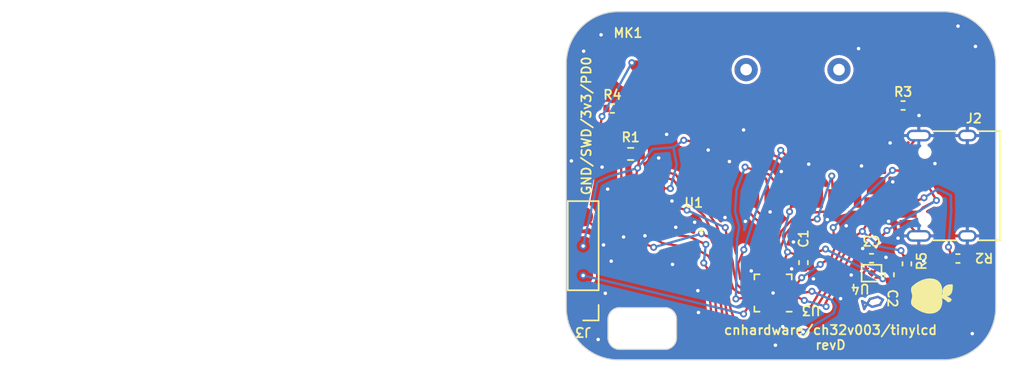
<source format=kicad_pcb>
(kicad_pcb (version 20221018) (generator pcbnew)
  (layers (0 "F.Cu" signal) (31 "B.Cu" signal) (34 "B.Paste" user) (35 "F.Paste" user) (36 "B.SilkS" user "B.Silkscreen") (37 "F.SilkS" user "F.Silkscreen") (38 "B.Mask" user) (39 "F.Mask" user) (44 "Edge.Cuts" user))
  (net 0 "")
  (net 1 "GND")
  (net 2 "+5V")
  (net 3 "LCD18")
  (net 4 "D+")
  (net 5 "D-")
  (net 6 "SBU1")
  (net 7 "Net-(J2-CC1)")
  (net 8 "SBU2")
  (net 9 "SWIO")
  (net 10 "TFT_LEDA")
  (net 11 "TFT_CS")
  (net 12 "TFT_RESET")
  (net 13 "TFT_RS")
  (net 14 "TFT_SCL")
  (net 15 "TFT_SDA")
  (net 16 "TFT_FMARK")
  (net 17 "SS")
  (net 18 "MISO")
  (net 19 "FIOA")
  (net 20 "MOSI")
  (net 21 "SCK")
  (net 22 "FIOB")
  (net 23 "PD0")
  (net 24 "Net-(J2-CC2)")
  (footprint "Resistor_SMD:R_0402_1005Metric" (layer "F.Cu") (at 133.35 83.6676 -90)
    (fp_text reference "C2")
    (fp_text value "4.7u")
  )
  (footprint "Resistor_SMD:R_0402_1005Metric" (layer "F.Cu") (at 134.5184 69.088)
    (fp_text reference "R3")
    (fp_text value "5.1k")
  )
  (footprint "Resistor_SMD:R_0402_1005Metric" (layer "F.Cu") (at 125.9332 82.6262 90)
    (fp_text reference "C1")
    (fp_text value "1u")
  )
  (footprint "Resistor_SMD:R_0402_1005Metric" (layer "F.Cu") (at 131.8006 82.2452 180)
    (fp_text reference "C3")
    (fp_text value "4.7u")
  )
  (footprint "cnhardware:FLEX15-0.3-HC-FPC-03-10-15RLTAG" (layer "F.Cu") (at 112.05 77.76)
    (fp_text reference "U1")
    (fp_text value "RB017A1505A_Connector")
  )
  (footprint "Resistor_SMD:R_0402_1005Metric" (layer "F.Cu") (at 139.2408 82.2706)
    (fp_text reference "R2")
    (fp_text value "5.1k")
  )
  (footprint "Package_DFN_QFN:QFN-20-1EP_3x3mm_P0.4mm_EP1.65x1.65mm" (layer "F.Cu") (at 123.317 85.2402 180)
    (fp_text reference "U3")
    (fp_text value "CH32V003F4U6")
  )
  (footprint "cnhardware:MicroSD-C393941-SHOU-HAN-TF-PUSH" (layer "F.Cu") (at 128.9956 65.9968 180)
    (fp_text reference "J4" hide)
    (fp_text value "Micro_SD_Card_Det1")
  )
  (footprint "Connector_PinHeader_2.54mm:PinHeader_1x04_P2.54mm_Vertical" (layer "F.Cu") (at 106.9594 86.2738 180)
    (fp_text reference "J3")
    (fp_text value "PGM")
  )
  (footprint "artwork:apple" (layer "F.Cu") (at 137 85.5 -90)
    (fp_text reference "J1" hide)
    (fp_text value "APPLE" hide)
  )
  (footprint "cnhardware:xdfn-reg" (layer "F.Cu") (at 131.8086 83.535 90)
    (fp_text reference "U4")
    (fp_text value "3.3vReg")
  )
  (footprint "Resistor_SMD:R_0603_1608Metric" (layer "F.Cu") (at 111.05 73.26)
    (fp_text reference "R1")
    (fp_text value "4.99")
  )
  (footprint "Resistor_SMD:R_0402_1005Metric" (layer "F.Cu") (at 109.474 69.342)
    (fp_text reference "R4")
    (fp_text value "2.2k")
  )
  (footprint "Resistor_SMD:R_0402_1005Metric" (layer "F.Cu") (at 134.8486 82.7278 90)
    (fp_text reference "R5")
    (fp_text value "1.5k")
  )
  (footprint "cnhardware:GOERTEK_MIC_B4013AM423" (layer "F.Cu") (at 111.487776 65.669176)
    (fp_text reference "MK1")
    (fp_text value "Microphone")
  )
  (footprint "Connector_USB:USB_C_Receptacle_HRO_TYPE-C-31-M-12" (layer "F.Cu") (at 139 76 90)
    (fp_text reference "J2")
    (fp_text value "USB_C_Receptacle_USB2.0")
  )
  (gr_line (start 142.5 65.5) (end 142.5 86.5) (stroke (width 0.1)) (layer "Edge.Cuts"))
  (gr_line (start 110 61) (end 138 61) (stroke (width 0.1)) (layer "Edge.Cuts"))
  (gr_arc (start 109.1 87.5) (mid 109.392893 86.792893) (end 110.1 86.5) (stroke (width 0.1)) (layer "Edge.Cuts"))
  (gr_arc (start 138 61) (mid 141.181981 62.318019) (end 142.5 65.5) (stroke (width 0.1)) (layer "Edge.Cuts"))
  (gr_arc (start 110.1 90.1) (mid 109.392893 89.807107) (end 109.1 89.1) (stroke (width 0.1)) (layer "Edge.Cuts"))
  (gr_line (start 110.1 86.5) (end 114 86.5) (stroke (width 0.1)) (layer "Edge.Cuts"))
  (gr_line (start 109.1 87.5) (end 109.1 89.1) (stroke (width 0.1)) (layer "Edge.Cuts"))
  (gr_arc (start 105.5 65.5) (mid 106.818019 62.318019) (end 110 61) (stroke (width 0.1)) (layer "Edge.Cuts"))
  (gr_arc (start 110 91) (mid 106.818019 89.681981) (end 105.5 86.5) (stroke (width 0.1)) (layer "Edge.Cuts"))
  (gr_line (start 115 87.5) (end 114.999999 89.1) (stroke (width 0.1)) (layer "Edge.Cuts"))
  (gr_line (start 110.1 90.1) (end 114 90.1) (stroke (width 0.1)) (layer "Edge.Cuts"))
  (gr_line (start 138 91) (end 110 91) (stroke (width 0.1)) (layer "Edge.Cuts"))
  (gr_arc (start 142.5 86.5) (mid 141.181981 89.681981) (end 138 91) (stroke (width 0.1)) (layer "Edge.Cuts"))
  (gr_line (start 105.5 65.5) (end 105.5 86.5) (stroke (width 0.1)) (layer "Edge.Cuts"))
  (gr_arc (start 114 86.5) (mid 114.707107 86.792893) (end 115 87.5) (stroke (width 0.1)) (layer "Edge.Cuts"))
  (gr_arc (start 114.999999 89.1) (mid 114.707106 89.807107) (end 114 90.1) (stroke (width 0.1)) (layer "Edge.Cuts"))
  (gr_text "cnhardware/ch32v003/tinylcd\nrevD" (at 128.27 89.0778) (layer "F.SilkS") (effects (font (size 0.8 0.8))))
  (gr_text "*" (at 117.121856 80.131856) (layer "F.SilkS") (effects (font (size 0.8 0.8)) (justify mirror)))
  (gr_text "GND/SWD/3v3/PD0" (at 107.2388 70.8406 90) (layer "F.SilkS") (effects (font (size 0.8 0.8))))
  (segment (start 132.784411 85.820175) (end 132.534413 86.253188) (width 0.2) (layer "F.Cu") (net 0))
  (segment (start 132.3514 85.570175) (end 132.784411 85.820175) (width 0.2) (layer "F.Cu") (net 0))
  (segment (start 130.985375 85.936201) (end 131.168387 86.619213) (width 0.2) (layer "F.Cu") (net 0))
  (segment (start 132.534413 86.253188) (end 131.8514 86.4362) (width 0.2) (layer "F.Cu") (net 0))
  (segment (start 131.668386 85.753187) (end 132.3514 85.570175) (width 0.2) (layer "F.Cu") (net 0))
  (segment (start 131.168387 86.619213) (end 131.668386 85.753187) (width 0.2) (layer "F.Cu") (net 0))
  (segment (start 131.8514 86.4362) (end 130.985375 85.936201) (width 0.2) (layer "F.Cu") (net 0))
  (segment (start 130.985375 85.936201) (end 131.168387 86.619213) (width 0.2) (layer "B.Cu") (net 0))
  (segment (start 131.8514 86.4362) (end 132.534413 86.253188) (width 0.2) (layer "B.Cu") (net 0))
  (segment (start 132.534413 86.253188) (end 132.784411 85.820175) (width 0.2) (layer "B.Cu") (net 0))
  (segment (start 131.168387 86.619213) (end 131.668386 85.753187) (width 0.2) (layer "B.Cu") (net 0))
  (segment (start 132.784411 85.820175) (end 132.3514 85.570175) (width 0.2) (layer "B.Cu") (net 0))
  (segment (start 130.985375 85.936201) (end 131.8514 86.4362) (width 0.2) (layer "B.Cu") (net 0))
  (segment (start 131.668386 85.753187) (end 132.3514 85.570175) (width 0.2) (layer "B.Cu") (net 0))
  (segment (start 109.25 78.8) (end 109.26 79.84) (width 0.2) (layer "F.Cu") (net 1))
  (segment (start 123.317 85.2402) (end 124.1298 84.836) (width 0.2) (layer "F.Cu") (net 1))
  (segment (start 134.07 79.19) (end 134.955 79.25) (width 0.2) (layer "F.Cu") (net 1))
  (segment (start 110.85 76.22) (end 110.88 74.42) (width 0.2) (layer "F.Cu") (net 1))
  (segment (start 110.57 78.4) (end 110.77 77.84) (width 0.2) (layer "F.Cu") (net 1))
  (segment (start 126.7968 84.0232) (end 127 83.2612) (width 0.2) (layer "F.Cu") (net 1))
  (segment (start 110.77 77.84) (end 111.21 77.07) (width 0.2) (layer "F.Cu") (net 1))
  (segment (start 110.95 72.31) (end 110.31 72.2) (width 0.2) (layer "F.Cu") (net 1))
  (segment (start 133.2738 79.0702) (end 133.62 79.04) (width 0.2) (layer "F.Cu") (net 1))
  (segment (start 110.31 72.2) (end 109.71 72.3) (width 0.2) (layer "F.Cu") (net 1))
  (segment (start 110.107776 65.669176) (end 108.1532 65.7098) (width 0.2) (layer "F.Cu") (net 1))
  (segment (start 109.286288 76.316288) (end 109.07 76.29) (width 0.2) (layer "F.Cu") (net 1))
  (segment (start 111.21 77.07) (end 110.85 76.96) (width 0.2) (layer "F.Cu") (net 1))
  (segment (start 132.334 76.7588) (end 132.2846 75.5938) (width 0.2) (layer "F.Cu") (net 1))
  (segment (start 110.88 74.42) (end 111.04 73.91) (width 0.2) (layer "F.Cu") (net 1))
  (segment (start 111.04 73.91) (end 111.08 72.6) (width 0.2) (layer "F.Cu") (net 1))
  (segment (start 133.62 79.04) (end 134.07 79.19) (width 0.2) (layer "F.Cu") (net 1))
  (segment (start 110.55 79.3) (end 110.57 78.4) (width 0.2) (layer "F.Cu") (net 1))
  (segment (start 133.9596 71.374) (end 135.0284 69.088) (width 0.2) (layer "F.Cu") (net 1))
  (segment (start 110.658163 80.188163) (end 110.4392 80.4164) (width 0.2) (layer "F.Cu") (net 1))
  (segment (start 134.955 72.75) (end 135.87 71.68) (width 0.2) (layer "F.Cu") (net 1))
  (segment (start 125.7046 84.836) (end 126.619 84.3026) (width 0.2) (layer "F.Cu") (net 1))
  (segment (start 130.7592 78.4352) (end 131.3434 77.978) (width 0.2) (layer "F.Cu") (net 1))
  (segment (start 132.1956 75.9968) (end 132.334 76.7588) (width 0.2) (layer "F.Cu") (net 1))
  (segment (start 108.1532 65.7098) (end 107 64.41) (width 0.2) (layer "F.Cu") (net 1))
  (segment (start 110.4392 80.4164) (end 110.59 79.98) (width 0.2) (layer "F.Cu") (net 1))
  (segment (start 124.767 84.8402) (end 125.7046 84.836) (width 0.2) (layer "F.Cu") (net 1))
  (segment (start 134.955 72.75) (end 134.1882 72.6186) (width 0.2) (layer "F.Cu") (net 1))
  (segment (start 112.65 76.22) (end 112.67 76.78) (width 0.2) (layer "F.Cu") (net 1))
  (segment (start 112.609333 76.849333) (end 112.53 76.94) (width 0.2) (layer "F.Cu") (net 1))
  (segment (start 135.87 80.32) (end 140.05 80.32) (width 0.2) (layer "F.Cu") (net 1))
  (segment (start 126.619 84.3026) (end 126.7968 84.0232) (width 0.2) (layer "F.Cu") (net 1))
  (segment (start 109.4 79.97) (end 109.75 80.17) (width 0.2) (layer "F.Cu") (net 1))
  (segment (start 109.286288 76.316288) (end 109.25 78.8) (width 0.2) (layer "F.Cu") (net 1))
  (segment (start 134.1882 72.6186) (end 133.9596 71.374) (width 0.2) (layer "F.Cu") (net 1))
  (segment (start 126.3904 74.1426) (end 127.2794 75.2602) (width 0.2) (layer "F.Cu") (net 1))
  (segment (start 131.3434 77.978) (end 132.334 76.7588) (width 0.2) (layer "F.Cu") (net 1))
  (segment (start 132.3086 83.185) (end 133.35 83.1576) (width 0.2) (layer "F.Cu") (net 1))
  (segment (start 134.955 79.25) (end 135.87 80.32) (width 0.2) (layer "F.Cu") (net 1))
  (segment (start 109.34 72.64) (end 109.286288 76.316288) (width 0.2) (layer "F.Cu") (net 1))
  (segment (start 109.75 80.17) (end 110.658163 80.188163) (width 0.2) (layer "F.Cu") (net 1))
  (segment (start 112.67 76.78) (end 112.609333 76.849333) (width 0.2) (layer "F.Cu") (net 1))
  (segment (start 114.15 79.3) (end 114.85 78.8) (width 0.2) (layer "F.Cu") (net 1))
  (segment (start 112.53 76.94) (end 111.9 77.1) (width 0.2) (layer "F.Cu") (net 1))
  (segment (start 127.2794 75.2602) (end 127.3846 76.6938) (width 0.2) (layer "F.Cu") (net 1))
  (segment (start 110.59 79.98) (end 110.55 79.3) (width 0.2) (layer "F.Cu") (net 1))
  (segment (start 127 83.2612) (end 125.9332 83.1362) (width 0.2) (layer "F.Cu") (net 1))
  (segment (start 127.9906 78.9178) (end 130.7592 78.4352) (width 0.2) (layer "F.Cu") (net 1))
  (segment (start 110.658163 80.188163) (end 110.7 80.37) (width 0.2) (layer "F.Cu") (net 1))
  (segment (start 114.85 78.8) (end 114.935 79.5782) (width 0.2) (layer "F.Cu") (net 1))
  (segment (start 131.8086 83.535) (end 132.3086 83.185) (width 0.2) (layer "F.Cu") (net 1))
  (segment (start 124.767 84.8402) (end 124.1298 84.836) (width 0.2) (layer "F.Cu") (net 1))
  (segment (start 109.26 79.84) (end 109.4 79.97) (width 0.2) (layer "F.Cu") (net 1))
  (segment (start 111.08 72.6) (end 110.95 72.31) (width 0.2) (layer "F.Cu") (net 1))
  (segment (start 132.3086 83.185) (end 132.3106 82.2452) (width 0.2) (layer "F.Cu") (net 1))
  (segment (start 110.85 76.96) (end 110.85 76.22) (width 0.2) (layer "F.Cu") (net 1))
  (segment (start 109.71 72.3) (end 109.34 72.64) (width 0.2) (layer "F.Cu") (net 1))
  (segment (start 111.9 77.1) (end 111.21 77.07) (width 0.2) (layer "F.Cu") (net 1))
  (via (at 125.0696 80.8482) (size 0.6) (drill 0.3) (layers "F.Cu" "B.Cu") (net 1))
  (via (at 114.1476 71.5772) (size 0.6) (drill 0.3) (layers "F.Cu" "B.Cu") (net 1))
  (via (at 108.712 81.1022) (size 0.6) (drill 0.3) (layers "F.Cu" "B.Cu") (net 1))
  (via (at 133.0452 82.169) (size 0.6) (drill 0.3) (layers "F.Cu" "B.Cu") (net 1))
  (via (at 116.8908 86.9188) (size 0.6) (drill 0.3) (layers "F.Cu" "B.Cu") (net 1))
  (via (at 123.5202 89.7382) (size 0.6) (drill 0.3) (layers "F.Cu" "B.Cu") (net 1))
  (via (at 119.1768 78.74) (size 0.6) (drill 0.3) (layers "F.Cu" "B.Cu") (net 1))
  (via (at 133.4008 72.3138) (size 0.6) (drill 0.3) (layers "F.Cu" "B.Cu") (net 1))
  (via (at 124.0282 74.7776) (size 0.6) (drill 0.3) (layers "F.Cu" "B.Cu") (net 1))
  (via (at 108.8644 85.2678) (size 0.6) (drill 0.3) (layers "F.Cu" "B.Cu") (net 1))
  (via (at 126.3904 74.1426) (size 0.6) (drill 0.3) (layers "F.Cu" "B.Cu") (net 1))
  (via (at 129.1336 85.725) (size 0.6) (drill 0.3) (layers "F.Cu" "B.Cu") (net 1))
  (via (at 119.5578 73.914) (size 0.6) (drill 0.3) (layers "F.Cu" "B.Cu") (net 1))
  (via (at 123.317 85.2402) (size 0.6) (drill 0.3) (layers "F.Cu" "B.Cu") (net 1))
  (via (at 136.2964 82.4738) (size 0.6) (drill 0.3) (layers "F.Cu" "B.Cu") (net 1))
  (via (at 116.84 85.0392) (size 0.6) (drill 0.3) (layers "F.Cu" "B.Cu") (net 1))
  (via (at 130.048 83.693) (size 0.6) (drill 0.3) (layers "F.Cu" "B.Cu") (net 1))
  (via (at 105.9434 73.8632) (size 0.6) (drill 0.3) (layers "F.Cu" "B.Cu") (net 1))
  (via (at 109.3724 82.4992) (size 0.6) (drill 0.3) (layers "F.Cu" "B.Cu") (net 1))
  (via (at 134.0866 80.518) (size 0.6) (drill 0.3) (layers "F.Cu" "B.Cu") (net 1))
  (via (at 140.75 64) (size 0.6) (drill 0.3) (layers "F.Cu" "B.Cu") (net 1))
  (via (at 126.7968 84.0232) (size 0.6) (drill 0.3) (layers "F.Cu" "B.Cu") (net 1))
  (via (at 113.4618 73.6092) (size 0.6) (drill 0.3) (layers "F.Cu" "B.Cu") (net 1))
  (via (at 140.48 88.74) (size 0.6) (drill 0.3) (layers "F.Cu" "B.Cu") (net 1))
  (via (at 139.25 62.25) (size 0.6) (drill 0.3) (layers "F.Cu" "B.Cu") (net 1))
  (via (at 131.0386 81.407) (size 0.6) (drill 0.3) (layers "F.Cu" "B.Cu") (net 1))
  (via (at 116.5606 79.1464) (size 0.6) (drill 0.3) (layers "F.Cu" "B.Cu") (net 1))
  (via (at 124.1552 88.138) (size 0.6) (drill 0.3) (layers "F.Cu" "B.Cu") (net 1))
  (via (at 110.4392 80.4164) (size 0.6) (drill 0.3) (layers "F.Cu" "B.Cu") (net 1))
  (via (at 124.9172 83.1596) (size 0.6) (drill 0.3) (layers "F.Cu" "B.Cu") (net 1))
  (via (at 133.6294 75.6666) (size 0.6) (drill 0.3) (layers "F.Cu" "B.Cu") (net 1))
  (via (at 114.935 79.5782) (size 0.6) (drill 0.3) (layers "F.Cu" "B.Cu") (net 1))
  (via (at 117.729 72.9234) (size 0.6) (drill 0.3) (layers "F.Cu" "B.Cu") (net 1))
  (via (at 121.4374 83.3374) (size 0.6) (drill 0.3) (layers "F.Cu" "B.Cu") (net 1))
  (via (at 109.07 76.29) (size 0.6) (drill 0.3) (layers "F.Cu" "B.Cu") (net 1))
  (via (at 123.063 78.2574) (size 0.6) (drill 0.3) (layers "F.Cu" "B.Cu") (net 1))
  (via (at 135.89 69.9516) (size 0.6) (drill 0.3) (layers "F.Cu" "B.Cu") (net 1))
  (via (at 130.937 74.295) (size 0.6) (drill 0.3) (layers "F.Cu" "B.Cu") (net 1))
  (via (at 114.6556 82.7786) (size 0.6) (drill 0.3) (layers "F.Cu" "B.Cu") (net 1))
  (via (at 108.585 74.3966) (size 0.6) (drill 0.3) (layers "F.Cu" "B.Cu") (net 1))
  (via (at 108.5 63) (size 0.6) (drill 0.3) (layers "F.Cu" "B.Cu") (net 1))
  (via (at 120.777 71.1962) (size 0.6) (drill 0.3) (layers "F.Cu" "B.Cu") (net 1))
  (via (at 107 64.41) (size 0.6) (drill 0.3) (layers "F.Cu" "B.Cu") (net 1))
  (via (at 108.25 89.25) (size 0.6) (drill 0.3) (layers "F.Cu" "B.Cu") (net 1))
  (via (at 130.683 64.1858) (size 0.6) (drill 0.3) (layers "F.Cu" "B.Cu") (net 1))
  (via (at 127.9906 78.9178) (size 0.6) (drill 0.3) (layers "F.Cu" "B.Cu") (net 1))
  (via (at 129.6162 79.4512) (size 0.6) (drill 0.3) (layers "F.Cu" "B.Cu") (net 1))
  (via (at 114.6048 77.3176) (size 0.6) (drill 0.3) (layers "F.Cu" "B.Cu") (net 1))
  (via (at 133.2738 79.0702) (size 0.6) (drill 0.3) (layers "F.Cu" "B.Cu") (net 1))
  (via (at 120.9294 79.0702) (size 0.6) (drill 0.3) (layers "F.Cu" "B.Cu") (net 1))
  (via (at 137.2616 74.0918) (size 0.6) (drill 0.3) (layers "F.Cu" "B.Cu") (net 1))
  (via (at 112.28 80.31) (size 0.6) (drill 0.3) (layers "F.Cu" "B.Cu") (net 1))
  (segment (start 112.28 80.31) (end 110.7 80.37) (width 0.2) (layer "B.Cu") (net 1))
  (segment (start 120.269 86.487) (end 123.317 85.2402) (width 0.2) (layer "B.Cu") (net 1))
  (segment (start 114.6048 77.3176) (end 117.729 72.9234) (width 0.2) (layer "B.Cu") (net 1))
  (segment (start 114.935 79.5782) (end 114.6048 77.3176) (width 0.2) (layer "B.Cu") (net 1))
  (segment (start 123.6726 80.1624) (end 123.698 80.9498) (width 0.2) (layer "B.Cu") (net 1))
  (segment (start 119.7102 86.3092) (end 120.269 86.487) (width 0.2) (layer "B.Cu") (net 1))
  (segment (start 123.698 80.9498) (end 123.317 85.2402) (width 0.2) (layer "B.Cu") (net 1))
  (segment (start 110.7 80.37) (end 109.07 76.29) (width 0.2) (layer "B.Cu") (net 1))
  (segment (start 114.935 79.5782) (end 112.28 80.31) (width 0.2) (layer "B.Cu") (net 1))
  (segment (start 123.063 78.2574) (end 126.3904 74.1426) (width 0.2) (layer "B.Cu") (net 1))
  (segment (start 123.6726 80.1624) (end 123.063 78.2574) (width 0.2) (layer "B.Cu") (net 1))
  (segment (start 116.84 85.0392) (end 119.7102 86.3092) (width 0.2) (layer "B.Cu") (net 1))
  (segment (start 137.3886 77.2668) (end 136.44 75.59) (width 0.2) (layer "F.Cu") (net 2))
  (segment (start 136.23 77.88) (end 135.95 78.18) (width 0.2) (layer "F.Cu") (net 2))
  (segment (start 131.2906 82.2452) (end 131.3086 83.185) (width 0.2) (layer "F.Cu") (net 2))
  (segment (start 135.88 73.68) (end 134.955 73.55) (width 0.2) (layer "F.Cu") (net 2))
  (segment (start 137.3886 77.2668) (end 136.23 77.88) (width 0.2) (layer "F.Cu") (net 2))
  (segment (start 136.44 75.59) (end 136.21 74.21) (width 0.2) (layer "F.Cu") (net 2))
  (segment (start 136.21 74.21) (end 135.88 73.68) (width 0.2) (layer "F.Cu") (net 2))
  (segment (start 131.3086 83.185) (end 131.0894 83.5406) (width 0.2) (layer "F.Cu") (net 2))
  (segment (start 131.9784 81.153) (end 131.2906 82.2452) (width 0.2) (layer "F.Cu") (net 2))
  (segment (start 131.0894 83.5406) (end 131.3086 83.885) (width 0.2) (layer "F.Cu") (net 2))
  (segment (start 135.95 78.18) (end 134.955 78.45) (width 0.2) (layer "F.Cu") (net 2))
  (segment (start 133.1214 79.8576) (end 131.9784 81.153) (width 0.2) (layer "F.Cu") (net 2))
  (via (at 133.1214 79.8576) (size 0.6) (drill 0.3) (layers "F.Cu" "B.Cu") (net 2))
  (via (at 137.3886 77.2668) (size 0.6) (drill 0.3) (layers "F.Cu" "B.Cu") (net 2))
  (segment (start 133.1214 79.8576) (end 137.3886 77.2668) (width 0.2) (layer "B.Cu") (net 2))
  (segment (start 134.1628 84.2518) (end 133.35 84.1776) (width 0.2) (layer "F.Cu") (net 3))
  (segment (start 125.9332 82.1162) (end 124.5616 81.7118) (width 0.2) (layer "F.Cu") (net 3))
  (segment (start 132.7658 84.013459) (end 132.3086 83.885) (width 0.2) (layer "F.Cu") (net 3))
  (segment (start 111.875 73.26) (end 109.984 69.342) (width 0.2) (layer "F.Cu") (net 3))
  (segment (start 134.8486 83.2378) (end 134.7216 83.8454) (width 0.2) (layer "F.Cu") (net 3))
  (segment (start 134.7216 83.8454) (end 134.1628 84.2518) (width 0.2) (layer "F.Cu") (net 3))
  (segment (start 111.648576 74.4728) (end 111.44 75.59) (width 0.2) (layer "F.Cu") (net 3))
  (segment (start 124.1044 83.1596) (end 124.3838 82.2198) (width 0.2) (layer "F.Cu") (net 3))
  (segment (start 125.9332 82.1162) (end 127.8382 81.4578) (width 0.2) (layer "F.Cu") (net 3))
  (segment (start 124.7394 78.232) (end 125.1846 76.6938) (width 0.2) (layer "F.Cu") (net 3))
  (segment (start 124.8918 74.7268) (end 123.9774 73.66) (width 0.2) (layer "F.Cu") (net 3))
  (segment (start 111.44 75.59) (end 111.45 76.22) (width 0.2) (layer "F.Cu") (net 3))
  (segment (start 124.3838 82.2198) (end 124.5616 81.7118) (width 0.2) (layer "F.Cu") (net 3))
  (segment (start 123.9774 73.66) (end 122.4026 72.8726) (width 0.2) (layer "F.Cu") (net 3))
  (segment (start 125.1846 76.6938) (end 124.8918 74.7268) (width 0.2) (layer "F.Cu") (net 3))
  (segment (start 124.117 83.7902) (end 124.1044 83.1596) (width 0.2) (layer "F.Cu") (net 3))
  (segment (start 111.875 73.26) (end 111.648576 74.4728) (width 0.2) (layer "F.Cu") (net 3))
  (segment (start 133.35 84.1776) (end 132.7658 84.013459) (width 0.2) (layer "F.Cu") (net 3))
  (segment (start 113.85 76.22) (end 114.47 76.24) (width 0.2) (layer "F.Cu") (net 3))
  (segment (start 122.4026 72.8726) (end 115.6208 72.0852) (width 0.2) (layer "F.Cu") (net 3))
  (via (at 127.8382 81.4578) (size 0.6) (drill 0.3) (layers "F.Cu" "B.Cu") (net 3))
  (via (at 124.5616 81.7118) (size 0.6) (drill 0.3) (layers "F.Cu" "B.Cu") (net 3))
  (via (at 114.47 76.24) (size 0.6) (drill 0.3) (layers "F.Cu" "B.Cu") (net 3))
  (via (at 115.6208 72.0852) (size 0.6) (drill 0.3) (layers "F.Cu" "B.Cu") (net 3))
  (via (at 132.7658 84.013459) (size 0.6) (drill 0.3) (layers "F.Cu" "B.Cu") (net 3))
  (via (at 111.648576 74.4728) (size 0.6) (drill 0.3) (layers "F.Cu" "B.Cu") (net 3))
  (via (at 106.9594 81.1938) (size 0.6) (drill 0.3) (layers "F.Cu" "B.Cu") (net 3))
  (via (at 124.7394 78.232) (size 0.6) (drill 0.3) (layers "F.Cu" "B.Cu") (net 3))
  (segment (start 115.6208 72.0852) (end 114.7318 72.6948) (width 0.2) (layer "B.Cu") (net 3))
  (segment (start 109.2708 75.184) (end 111.648576 74.4728) (width 0.2) (layer "B.Cu") (net 3))
  (segment (start 114.7318 72.6948) (end 115.0112 74.2188) (width 0.2) (layer "B.Cu") (net 3))
  (segment (start 124.7394 78.232) (end 124.1552 80.3148) (width 0.2) (layer "B.Cu") (net 3))
  (segment (start 127.8382 81.4578) (end 132.7658 84.013459) (width 0.2) (layer "B.Cu") (net 3))
  (segment (start 124.1552 80.3148) (end 124.5616 81.7118) (width 0.2) (layer "B.Cu") (net 3))
  (segment (start 115.0112 74.2188) (end 114.47 76.24) (width 0.2) (layer "B.Cu") (net 3))
  (segment (start 114.7318 72.6948) (end 112.9284 72.8472) (width 0.2) (layer "B.Cu") (net 3))
  (segment (start 112.9284 72.8472) (end 111.648576 74.4728) (width 0.2) (layer "B.Cu") (net 3))
  (segment (start 108.1786 75.692) (end 109.2708 75.184) (width 0.2) (layer "B.Cu") (net 3))
  (segment (start 106.9594 81.1938) (end 108.1786 75.692) (width 0.2) (layer "B.Cu") (net 3))
  (segment (start 135.93 76.13) (end 135.98 75.94) (width 0.2) (layer "F.Cu") (net 4))
  (segment (start 124.767 86.0402) (end 125.1712 86.0298) (width 0.2) (layer "F.Cu") (net 4))
  (segment (start 127.4064 85.0138) (end 128.2954 83.1342) (width 0.2) (layer "F.Cu") (net 4))
  (segment (start 131.4704 78.4606) (end 133.2756 76.8858) (width 0.2) (layer "F.Cu") (net 4))
  (segment (start 128.2954 83.1342) (end 128.9812 81.8896) (width 0.2) (layer "F.Cu") (net 4))
  (segment (start 125.5522 86.36) (end 126.0348 86.5886) (width 0.2) (layer "F.Cu") (net 4))
  (segment (start 135.78 76.25) (end 135.93 76.13) (width 0.2) (layer "F.Cu") (net 4))
  (segment (start 128.9812 81.8896) (end 129.8194 80.2132) (width 0.2) (layer "F.Cu") (net 4))
  (segment (start 126.589657 86.378974) (end 127.4064 85.0138) (width 0.2) (layer "F.Cu") (net 4))
  (segment (start 126.0348 86.5886) (end 126.589657 86.378974) (width 0.2) (layer "F.Cu") (net 4))
  (segment (start 135.78 75.24) (end 134.955 75.25) (width 0.2) (layer "F.Cu") (net 4))
  (segment (start 125.1712 86.0298) (end 125.5522 86.36) (width 0.2) (layer "F.Cu") (net 4))
  (segment (start 133.2756 76.8858) (end 134.0612 76.2508) (width 0.2) (layer "F.Cu") (net 4))
  (segment (start 134.955 76.25) (end 135.78 76.25) (width 0.2) (layer "F.Cu") (net 4))
  (segment (start 129.8194 80.2132) (end 131.4704 78.4606) (width 0.2) (layer "F.Cu") (net 4))
  (segment (start 134.0612 76.2508) (end 134.955 76.25) (width 0.2) (layer "F.Cu") (net 4))
  (segment (start 135.97 75.41) (end 135.78 75.24) (width 0.2) (layer "F.Cu") (net 4))
  (segment (start 135.98 75.94) (end 135.98 75.58) (width 0.2) (layer "F.Cu") (net 4))
  (segment (start 135.98 75.58) (end 135.97 75.41) (width 0.2) (layer "F.Cu") (net 4))
  (segment (start 127.8128 85.2424) (end 126.9746 86.5886) (width 0.2) (layer "F.Cu") (net 5))
  (segment (start 134.0866 76.7588) (end 134.955 76.75) (width 0.2) (layer "F.Cu") (net 5))
  (segment (start 124.5616 87.5284) (end 124.2822 87.376) (width 0.2) (layer "F.Cu") (net 5))
  (segment (start 124.2822 87.376) (end 124.1298 87.122) (width 0.2) (layer "F.Cu") (net 5))
  (segment (start 130.0988 80.518) (end 127.8128 85.2424) (width 0.2) (layer "F.Cu") (net 5))
  (segment (start 131.6736 78.8162) (end 134.0866 76.7588) (width 0.2) (layer "F.Cu") (net 5))
  (segment (start 125.857 87.2744) (end 124.5616 87.5284) (width 0.2) (layer "F.Cu") (net 5))
  (segment (start 126.9746 86.5886) (end 125.857 87.2744) (width 0.2) (layer "F.Cu") (net 5))
  (segment (start 131.0132 79.9338) (end 130.0988 80.518) (width 0.2) (layer "F.Cu") (net 5))
  (segment (start 124.1298 87.122) (end 124.117 86.6902) (width 0.2) (layer "F.Cu") (net 5))
  (segment (start 131.0132 79.9338) (end 131.6736 78.8162) (width 0.2) (layer "F.Cu") (net 5))
  (segment (start 134.5946 82.1436) (end 134.3406 81.58579) (width 0.2) (layer "F.Cu") (net 5))
  (via (at 131.0132 79.9338) (size 0.6) (drill 0.3) (layers "F.Cu" "B.Cu") (net 5))
  (via (at 134.3406 81.58579) (size 0.6) (drill 0.3) (layers "F.Cu" "B.Cu") (net 5))
  (segment (start 132.5118 81.2292) (end 131.0132 79.9338) (width 0.2) (layer "B.Cu") (net 5))
  (segment (start 134.3406 81.58579) (end 132.5118 81.2292) (width 0.2) (layer "B.Cu") (net 5))
  (segment (start 125.7808 83.9216) (end 125.3744 84.455) (width 0.2) (layer "F.Cu") (net 6))
  (segment (start 125.3744 84.455) (end 124.767 84.4402) (width 0.2) (layer "F.Cu") (net 6))
  (segment (start 128.6256 81.3308) (end 128.4986 79.6036) (width 0.2) (layer "F.Cu") (net 6))
  (segment (start 133.7818 74.676) (end 133.604 74.676) (width 0.2) (layer "F.Cu") (net 6))
  (segment (start 127.381 82.7786) (end 128.367652 82.114252) (width 0.2) (layer "F.Cu") (net 6))
  (segment (start 128.367652 82.114252) (end 128.6256 81.3308) (width 0.2) (layer "F.Cu") (net 6))
  (segment (start 134.955 74.75) (end 133.7818 74.676) (width 0.2) (layer "F.Cu") (net 6))
  (via (at 125.7808 83.9216) (size 0.6) (drill 0.3) (layers "F.Cu" "B.Cu") (net 6))
  (via (at 127.381 82.7786) (size 0.6) (drill 0.3) (layers "F.Cu" "B.Cu") (net 6))
  (via (at 133.604 74.676) (size 0.6) (drill 0.3) (layers "F.Cu" "B.Cu") (net 6))
  (via (at 128.4986 79.6036) (size 0.6) (drill 0.3) (layers "F.Cu" "B.Cu") (net 6))
  (segment (start 133.604 74.676) (end 128.4986 79.6036) (width 0.2) (layer "B.Cu") (net 6))
  (segment (start 125.7808 83.9216) (end 127.381 82.7786) (width 0.2) (layer "B.Cu") (net 6))
  (segment (start 135.8392 77.2414) (end 136.3218 77.0382) (width 0.2) (layer "F.Cu") (net 7))
  (segment (start 134.955 77.25) (end 135.8392 77.2414) (width 0.2) (layer "F.Cu") (net 7))
  (segment (start 138.43 81.28) (end 138.7308 82.2706) (width 0.2) (layer "F.Cu") (net 7))
  (via (at 138.43 81.28) (size 0.6) (drill 0.3) (layers "F.Cu" "B.Cu") (net 7))
  (via (at 136.3218 77.0382) (size 0.6) (drill 0.3) (layers "F.Cu" "B.Cu") (net 7))
  (segment (start 137.4902 76.2762) (end 138.6332 76.835) (width 0.2) (layer "B.Cu") (net 7))
  (segment (start 138.6332 76.835) (end 138.6586 78.2066) (width 0.2) (layer "B.Cu") (net 7))
  (segment (start 136.3218 77.0382) (end 137.4902 76.2762) (width 0.2) (layer "B.Cu") (net 7))
  (segment (start 138.6586 78.2066) (end 138.43 81.28) (width 0.2) (layer "B.Cu") (net 7))
  (segment (start 128.1938 85.4456) (end 129.907369 82.149929) (width 0.2) (layer "F.Cu") (net 8))
  (segment (start 129.907369 82.149929) (end 130.5306 81.0006) (width 0.2) (layer "F.Cu") (net 8))
  (segment (start 130.5306 81.0006) (end 131.572 80.3656) (width 0.2) (layer "F.Cu") (net 8))
  (segment (start 132.5372 78.9178) (end 132.969 78.5622) (width 0.2) (layer "F.Cu") (net 8))
  (segment (start 134.17 77.76) (end 134.955 77.75) (width 0.2) (layer "F.Cu") (net 8))
  (segment (start 131.572 80.3656) (end 132.5372 78.9178) (width 0.2) (layer "F.Cu") (net 8))
  (segment (start 127.8382 86.106) (end 128.1938 85.4456) (width 0.2) (layer "F.Cu") (net 8))
  (segment (start 132.969 78.5622) (end 133.79 77.87) (width 0.2) (layer "F.Cu") (net 8))
  (segment (start 133.79 77.87) (end 134.17 77.76) (width 0.2) (layer "F.Cu") (net 8))
  (segment (start 124.767 85.6402) (end 125.5268 85.6488) (width 0.2) (layer "F.Cu") (net 8))
  (segment (start 125.5268 85.6488) (end 126.0094 85.8774) (width 0.2) (layer "F.Cu") (net 8))
  (segment (start 127.8382 86.106) (end 127.889 86.4108) (width 0.2) (layer "F.Cu") (net 8))
  (via (at 127.889 86.4108) (size 0.6) (drill 0.3) (layers "F.Cu" "B.Cu") (net 8))
  (via (at 126.0094 85.8774) (size 0.6) (drill 0.3) (layers "F.Cu" "B.Cu") (net 8))
  (segment (start 127.889 86.4108) (end 126.0094 85.8774) (width 0.2) (layer "B.Cu") (net 8))
  (segment (start 120.777 87.0458) (end 121.412 86.0552) (width 0.2) (layer "F.Cu") (net 9))
  (segment (start 121.412 86.0552) (end 121.867 86.0402) (width 0.2) (layer "F.Cu") (net 9))
  (via (at 106.9594 83.7338) (size 0.6) (drill 0.3) (layers "F.Cu" "B.Cu") (net 9))
  (via (at 120.777 87.0458) (size 0.6) (drill 0.3) (layers "F.Cu" "B.Cu") (net 9))
  (segment (start 120.777 87.0458) (end 106.9594 83.7338) (width 0.2) (layer "B.Cu") (net 9))
  (segment (start 110.25 76.22) (end 110.225 73.26) (width 0.2) (layer "F.Cu") (net 10))
  (segment (start 110.25 76.22) (end 109.95 79.3) (width 0.2) (layer "F.Cu") (net 10))
  (segment (start 113.7158 80.137) (end 113.5888 79.9592) (width 0.2) (layer "F.Cu") (net 11))
  (segment (start 122.0978 88.7984) (end 122.7836 88.519) (width 0.2) (layer "F.Cu") (net 11))
  (segment (start 116.0526 80.3656) (end 115.189 80.2894) (width 0.2) (layer "F.Cu") (net 11))
  (segment (start 118.231171 84.913095) (end 118.4656 87.2744) (width 0.2) (layer "F.Cu") (net 11))
  (segment (start 118.7196 88.0364) (end 119.7356 88.7984) (width 0.2) (layer "F.Cu") (net 11))
  (segment (start 113.5888 79.9592) (end 113.55 79.3) (width 0.2) (layer "F.Cu") (net 11))
  (segment (start 123.7234 87.122) (end 123.717 86.6902) (width 0.2) (layer "F.Cu") (net 11))
  (segment (start 119.7356 88.7984) (end 122.0978 88.7984) (width 0.2) (layer "F.Cu") (net 11))
  (segment (start 115.189 80.2894) (end 113.7158 80.137) (width 0.2) (layer "F.Cu") (net 11))
  (segment (start 123.571 87.7824) (end 123.7234 87.122) (width 0.2) (layer "F.Cu") (net 11))
  (segment (start 117.5258 81.0514) (end 116.0526 80.3656) (width 0.2) (layer "F.Cu") (net 11))
  (segment (start 117.9576 83.6168) (end 117.348 82.6516) (width 0.2) (layer "F.Cu") (net 11))
  (segment (start 117.9576 83.6168) (end 118.231171 84.913095) (width 0.2) (layer "F.Cu") (net 11))
  (segment (start 118.4656 87.2744) (end 118.7196 88.0364) (width 0.2) (layer "F.Cu") (net 11))
  (segment (start 122.7836 88.519) (end 123.571 87.7824) (width 0.2) (layer "F.Cu") (net 11))
  (via (at 117.348 82.6516) (size 0.6) (drill 0.3) (layers "F.Cu" "B.Cu") (net 11))
  (via (at 117.5258 81.0514) (size 0.6) (drill 0.3) (layers "F.Cu" "B.Cu") (net 11))
  (segment (start 117.348 82.6516) (end 117.5258 81.0514) (width 0.2) (layer "B.Cu") (net 11))
  (segment (start 113.2586 75.6412) (end 113.4364 75.3872) (width 0.2) (layer "F.Cu") (net 12))
  (segment (start 119.639937 86.536896) (end 119.930338 87.406933) (width 0.2) (layer "F.Cu") (net 12))
  (segment (start 120.624985 87.635327) (end 121.4374 87.63) (width 0.2) (layer "F.Cu") (net 12))
  (segment (start 117.3734 78.5876) (end 116.205 77.5462) (width 0.2) (layer "F.Cu") (net 12))
  (segment (start 119.133087 83.209321) (end 119.639937 86.536896) (width 0.2) (layer "F.Cu") (net 12))
  (segment (start 119.930338 87.406933) (end 120.624985 87.635327) (width 0.2) (layer "F.Cu") (net 12))
  (segment (start 113.25 76.22) (end 113.2586 75.6412) (width 0.2) (layer "F.Cu") (net 12))
  (segment (start 121.4374 87.63) (end 122.0216 87.4522) (width 0.2) (layer "F.Cu") (net 12))
  (segment (start 113.4364 75.3872) (end 114.1222 75.3364) (width 0.2) (layer "F.Cu") (net 12))
  (segment (start 116.205 77.5462) (end 115.4176 76.9112) (width 0.2) (layer "F.Cu") (net 12))
  (segment (start 114.1222 75.3364) (end 114.7572 75.504488) (width 0.2) (layer "F.Cu") (net 12))
  (segment (start 117.3734 78.5876) (end 118.702774 81.201936) (width 0.2) (layer "F.Cu") (net 12))
  (segment (start 119.0752 82.7786) (end 119.133087 83.209321) (width 0.2) (layer "F.Cu") (net 12))
  (segment (start 115.4176 76.9112) (end 115.0874 76.0222) (width 0.2) (layer "F.Cu") (net 12))
  (segment (start 122.0216 87.4522) (end 122.498015 87.118194) (width 0.2) (layer "F.Cu") (net 12))
  (segment (start 122.498015 87.118194) (end 122.517 86.6902) (width 0.2) (layer "F.Cu") (net 12))
  (segment (start 115.0874 76.0222) (end 114.7572 75.504488) (width 0.2) (layer "F.Cu") (net 12))
  (segment (start 118.702774 81.201936) (end 119.0752 82.7786) (width 0.2) (layer "F.Cu") (net 12))
  (segment (start 119.406832 88.076824) (end 118.957789 87.141655) (width 0.2) (layer "F.Cu") (net 13))
  (segment (start 123.317 86.6902) (end 123.312911 87.197178) (width 0.2) (layer "F.Cu") (net 13))
  (segment (start 120.0658 88.392) (end 119.406832 88.076824) (width 0.2) (layer "F.Cu") (net 13))
  (segment (start 118.957789 87.141655) (end 118.3386 83.1088) (width 0.2) (layer "F.Cu") (net 13))
  (segment (start 116.459 81.3054) (end 115.0366 81.153) (width 0.2) (layer "F.Cu") (net 13))
  (segment (start 121.8692 88.4184) (end 120.0658 88.392) (width 0.2) (layer "F.Cu") (net 13))
  (segment (start 118.3386 83.1088) (end 117.729 82.042) (width 0.2) (layer "F.Cu") (net 13))
  (segment (start 122.3772 88.265) (end 121.8692 88.4184) (width 0.2) (layer "F.Cu") (net 13))
  (segment (start 122.3772 88.265) (end 123.1392 87.6554) (width 0.2) (layer "F.Cu") (net 13))
  (segment (start 112.903 80.0862) (end 112.95 79.3) (width 0.2) (layer "F.Cu") (net 13))
  (segment (start 115.0366 81.153) (end 113.792 80.9498) (width 0.2) (layer "F.Cu") (net 13))
  (segment (start 123.1392 87.6554) (end 123.312911 87.197178) (width 0.2) (layer "F.Cu") (net 13))
  (segment (start 117.729 82.042) (end 116.459 81.3054) (width 0.2) (layer "F.Cu") (net 13))
  (segment (start 113.2332 80.6196) (end 112.903 80.0862) (width 0.2) (layer "F.Cu") (net 13))
  (segment (start 113.792 80.9498) (end 113.2332 80.6196) (width 0.2) (layer "F.Cu") (net 13))
  (segment (start 115.1128 77.9018) (end 113.374516 77.916116) (width 0.2) (layer "F.Cu") (net 14))
  (segment (start 120.2182 84.5312) (end 120.5738 84.836) (width 0.2) (layer "F.Cu") (net 14))
  (segment (start 119.2022 79.6036) (end 119.4054 80.8482) (width 0.2) (layer "F.Cu") (net 14))
  (segment (start 120.5738 84.836) (end 121.867 84.8402) (width 0.2) (layer "F.Cu") (net 14))
  (segment (start 115.9002 78.105) (end 115.1128 77.9018) (width 0.2) (layer "F.Cu") (net 14))
  (segment (start 113.374516 77.916116) (end 112.776 78.232) (width 0.2) (layer "F.Cu") (net 14))
  (segment (start 119.84408 82.593335) (end 119.976331 83.61523) (width 0.2) (layer "F.Cu") (net 14))
  (segment (start 112.35 79.3) (end 112.3696 78.613) (width 0.2) (layer "F.Cu") (net 14))
  (segment (start 119.976331 83.61523) (end 120.2182 84.5312) (width 0.2) (layer "F.Cu") (net 14))
  (segment (start 119.4054 80.8482) (end 119.84408 82.593335) (width 0.2) (layer "F.Cu") (net 14))
  (segment (start 112.776 78.232) (end 112.3696 78.613) (width 0.2) (layer "F.Cu") (net 14))
  (via (at 115.9002 78.105) (size 0.6) (drill 0.3) (layers "F.Cu" "B.Cu") (net 14))
  (via (at 119.2022 79.6036) (size 0.6) (drill 0.3) (layers "F.Cu" "B.Cu") (net 14))
  (segment (start 119.2022 79.6036) (end 115.9002 78.105) (width 0.2) (layer "B.Cu") (net 14))
  (segment (start 115.756929 76.69668) (end 116.7638 77.4954) (width 0.2) (layer "F.Cu") (net 15))
  (segment (start 112.05 76.22) (end 112.0648 75.6412) (width 0.2) (layer "F.Cu") (net 15))
  (segment (start 119.888 84.8868) (end 119.671519 84.220685) (width 0.2) (layer "F.Cu") (net 15))
  (segment (start 112.6998 74.803) (end 113.7412 74.676) (width 0.2) (layer "F.Cu") (net 15))
  (segment (start 120.3706 85.217) (end 119.888 84.8868) (width 0.2) (layer "F.Cu") (net 15))
  (segment (start 116.7638 77.4954) (end 117.7798 78.4352) (width 0.2) (layer "F.Cu") (net 15))
  (segment (start 119.4816 82.7532) (end 119.04889 81.014215) (width 0.2) (layer "F.Cu") (net 15))
  (segment (start 114.9604 75.057) (end 115.464547 75.906857) (width 0.2) (layer "F.Cu") (net 15))
  (segment (start 117.7798 78.4352) (end 118.4148 79.3242) (width 0.2) (layer "F.Cu") (net 15))
  (segment (start 119.671519 84.220685) (end 119.4816 82.7532) (width 0.2) (layer "F.Cu") (net 15))
  (segment (start 115.464547 75.906857) (end 115.756929 76.69668) (width 0.2) (layer "F.Cu") (net 15))
  (segment (start 118.4148 79.3242) (end 119.04889 81.014215) (width 0.2) (layer "F.Cu") (net 15))
  (segment (start 112.0648 75.6412) (end 112.6998 74.803) (width 0.2) (layer "F.Cu") (net 15))
  (segment (start 121.867 85.2402) (end 120.3706 85.217) (width 0.2) (layer "F.Cu") (net 15))
  (segment (start 113.7412 74.676) (end 114.9604 75.057) (width 0.2) (layer "F.Cu") (net 15))
  (segment (start 118.364 81.4324) (end 117.89863 80.45887) (width 0.2) (layer "F.Cu") (net 16))
  (segment (start 111.125 80.1624) (end 111.3536 80.645) (width 0.2) (layer "F.Cu") (net 16))
  (segment (start 122.7074 87.503) (end 122.9106 87.1728) (width 0.2) (layer "F.Cu") (net 16))
  (segment (start 118.364 81.4324) (end 118.745 83.185) (width 0.2) (layer "F.Cu") (net 16))
  (segment (start 111.8616 80.8482) (end 113.03 81.3054) (width 0.2) (layer "F.Cu") (net 16))
  (segment (start 122.09544 87.908613) (end 122.7074 87.503) (width 0.2) (layer "F.Cu") (net 16))
  (segment (start 119.3292 87.0204) (end 119.677066 87.761721) (width 0.2) (layer "F.Cu") (net 16))
  (segment (start 121.666387 88.035391) (end 122.09544 87.908613) (width 0.2) (layer "F.Cu") (net 16))
  (segment (start 111.3536 80.645) (end 111.8616 80.8482) (width 0.2) (layer "F.Cu") (net 16))
  (segment (start 120.396 88.011) (end 121.666387 88.035391) (width 0.2) (layer "F.Cu") (net 16))
  (segment (start 118.745 83.185) (end 119.3292 87.0204) (width 0.2) (layer "F.Cu") (net 16))
  (segment (start 122.9106 87.1728) (end 122.917 86.6902) (width 0.2) (layer "F.Cu") (net 16))
  (segment (start 119.677066 87.761721) (end 120.396 88.011) (width 0.2) (layer "F.Cu") (net 16))
  (segment (start 111.15 79.3) (end 111.125 80.1624) (width 0.2) (layer "F.Cu") (net 16))
  (segment (start 117.89863 80.45887) (end 117.1448 80.137) (width 0.2) (layer "F.Cu") (net 16))
  (via (at 117.1448 80.137) (size 0.6) (drill 0.3) (layers "F.Cu" "B.Cu") (net 16))
  (via (at 113.03 81.3054) (size 0.6) (drill 0.3) (layers "F.Cu" "B.Cu") (net 16))
  (segment (start 117.1448 80.137) (end 113.03 81.3054) (width 0.2) (layer "B.Cu") (net 16))
  (segment (start 120.1166 85.7504) (end 120.8278 85.6488) (width 0.2) (layer "F.Cu") (net 17))
  (segment (start 123.7234 75.9714) (end 123.9956 77.0968) (width 0.2) (layer "F.Cu") (net 17))
  (segment (start 122.9614 75.0316) (end 123.7234 75.9714) (width 0.2) (layer "F.Cu") (net 17))
  (segment (start 120.8278 85.6488) (end 121.867 85.6402) (width 0.2) (layer "F.Cu") (net 17))
  (segment (start 120.904 74.3966) (end 122.9614 75.0316) (width 0.2) (layer "F.Cu") (net 17))
  (via (at 120.1166 85.7504) (size 0.6) (drill 0.3) (layers "F.Cu" "B.Cu") (net 17))
  (via (at 120.904 74.3966) (size 0.6) (drill 0.3) (layers "F.Cu" "B.Cu") (net 17))
  (segment (start 120.1674 76.3524) (end 120.904 74.3966) (width 0.2) (layer "B.Cu") (net 17))
  (segment (start 120.2182 80.6196) (end 120.396 79.5528) (width 0.2) (layer "B.Cu") (net 17))
  (segment (start 120.396 79.5528) (end 120.0404 78.2066) (width 0.2) (layer "B.Cu") (net 17))
  (segment (start 120.1166 85.7504) (end 120.2182 80.6196) (width 0.2) (layer "B.Cu") (net 17))
  (segment (start 120.0404 78.2066) (end 120.1674 76.3524) (width 0.2) (layer "B.Cu") (net 17))
  (segment (start 128.0414 78.2108) (end 129.0066 78.1812) (width 0.2) (layer "F.Cu") (net 18))
  (segment (start 129.4638 78.0542) (end 129.4956 77.0968) (width 0.2) (layer "F.Cu") (net 18))
  (segment (start 123.317 82.8548) (end 123.3678 81.9658) (width 0.2) (layer "F.Cu") (net 18))
  (segment (start 126.3396 78.359) (end 127.0508 78.2828) (width 0.2) (layer "F.Cu") (net 18))
  (segment (start 124.968 78.8924) (end 126.3396 78.359) (width 0.2) (layer "F.Cu") (net 18))
  (segment (start 129.0066 78.1812) (end 129.4638 78.0542) (width 0.2) (layer "F.Cu") (net 18))
  (segment (start 123.317 83.7902) (end 123.317 82.8548) (width 0.2) (layer "F.Cu") (net 18))
  (segment (start 127.0508 78.2828) (end 128.0414 78.2108) (width 0.2) (layer "F.Cu") (net 18))
  (segment (start 124.0282 79.9084) (end 124.968 78.8924) (width 0.2) (layer "F.Cu") (net 18))
  (segment (start 129.5846 76.6938) (end 129.5146 77.6732) (width 0.2) (layer "F.Cu") (net 18))
  (segment (start 123.3678 81.9658) (end 124.0282 79.9084) (width 0.2) (layer "F.Cu") (net 18))
  (segment (start 122.917 83.7902) (end 122.9106 82.7786) (width 0.2) (layer "F.Cu") (net 19))
  (segment (start 122.8598 79.0956) (end 121.92 78.1558) (width 0.2) (layer "F.Cu") (net 19))
  (segment (start 121.7956 77.0968) (end 121.8846 76.6938) (width 0.2) (layer "F.Cu") (net 19))
  (segment (start 121.92 78.1558) (end 121.7956 77.0968) (width 0.2) (layer "F.Cu") (net 19))
  (segment (start 122.9106 82.7786) (end 122.9868 81.2038) (width 0.2) (layer "F.Cu") (net 19))
  (segment (start 123.0122 80.3402) (end 122.8598 79.0956) (width 0.2) (layer "F.Cu") (net 19))
  (segment (start 122.9868 81.2038) (end 123.0122 80.3402) (width 0.2) (layer "F.Cu") (net 19))
  (segment (start 128.3716 75.1586) (end 128.4846 76.6938) (width 0.2) (layer "F.Cu") (net 20))
  (segment (start 124.8918 79.5528) (end 125.857 79.0956) (width 0.2) (layer "F.Cu") (net 20))
  (segment (start 124.4092 80.137) (end 124.8918 79.5528) (width 0.2) (layer "F.Cu") (net 20))
  (segment (start 123.934663 81.443141) (end 123.703408 82.753509) (width 0.2) (layer "F.Cu") (net 20))
  (segment (start 123.703408 82.753509) (end 123.717 83.7902) (width 0.2) (layer "F.Cu") (net 20))
  (segment (start 125.857 79.0956) (end 127.127 78.867) (width 0.2) (layer "F.Cu") (net 20))
  (segment (start 124.4092 80.137) (end 123.934663 81.443141) (width 0.2) (layer "F.Cu") (net 20))
  (via (at 127.127 78.867) (size 0.6) (drill 0.3) (layers "F.Cu" "B.Cu") (net 20))
  (via (at 128.3716 75.1586) (size 0.6) (drill 0.3) (layers "F.Cu" "B.Cu") (net 20))
  (segment (start 127.127 78.867) (end 128.3716 75.1586) (width 0.2) (layer "B.Cu") (net 20))
  (segment (start 120.798968 81.5086) (end 120.2944 82.7532) (width 0.2) (layer "F.Cu") (net 21))
  (segment (start 120.4722 83.9978) (end 120.8024 84.4042) (width 0.2) (layer "F.Cu") (net 21))
  (segment (start 123.9774 72.9488) (end 126.2634 75.2094) (width 0.2) (layer "F.Cu") (net 21))
  (segment (start 120.2944 82.7532) (end 120.4722 83.9978) (width 0.2) (layer "F.Cu") (net 21))
  (segment (start 120.8024 84.4042) (end 121.867 84.4402) (width 0.2) (layer "F.Cu") (net 21))
  (segment (start 126.2634 75.2094) (end 126.2846 76.6938) (width 0.2) (layer "F.Cu") (net 21))
  (via (at 123.9774 72.9488) (size 0.6) (drill 0.3) (layers "F.Cu" "B.Cu") (net 21))
  (via (at 120.798968 81.5086) (size 0.6) (drill 0.3) (layers "F.Cu" "B.Cu") (net 21))
  (segment (start 120.798968 81.5086) (end 121.793 78.4098) (width 0.2) (layer "B.Cu") (net 21))
  (segment (start 121.793 78.4098) (end 123.9774 72.9488) (width 0.2) (layer "B.Cu") (net 21))
  (segment (start 122.517 83.7902) (end 122.5042 80.8736) (width 0.2) (layer "F.Cu") (net 22))
  (segment (start 122.7074 75.3872) (end 122.9846 76.6938) (width 0.2) (layer "F.Cu") (net 22))
  (segment (start 121.6152 75.307825) (end 121.9454 75.184) (width 0.2) (layer "F.Cu") (net 22))
  (segment (start 122.5042 80.8736) (end 122.2502 79.2226) (width 0.2) (layer "F.Cu") (net 22))
  (segment (start 122.2502 79.2226) (end 121.666 78.74) (width 0.2) (layer "F.Cu") (net 22))
  (segment (start 121.1326 78.0796) (end 121.158 75.819) (width 0.2) (layer "F.Cu") (net 22))
  (segment (start 121.666 78.74) (end 121.1326 78.0796) (width 0.2) (layer "F.Cu") (net 22))
  (segment (start 121.158 75.819) (end 121.6152 75.307825) (width 0.2) (layer "F.Cu") (net 22))
  (segment (start 121.9454 75.184) (end 122.7074 75.3872) (width 0.2) (layer "F.Cu") (net 22))
  (segment (start 111.487776 65.669176) (end 111.1504 65.405) (width 0.2) (layer "F.Cu") (net 23))
  (segment (start 108.585 70.0278) (end 108.964 69.342) (width 0.2) (layer "F.Cu") (net 23))
  (segment (start 122.4788 89.1794) (end 119.507 89.2048) (width 0.2) (layer "F.Cu") (net 23))
  (segment (start 118.0846 87.9602) (end 117.7798 84.7598) (width 0.2) (layer "F.Cu") (net 23))
  (segment (start 125.9078 88.5952) (end 122.4788 89.1794) (width 0.2) (layer "F.Cu") (net 23))
  (segment (start 109.728 80.9752) (end 108.5342 80.1116) (width 0.2) (layer "F.Cu") (net 23))
  (segment (start 126.666563 85.093237) (end 125.984 85.217) (width 0.2) (layer "F.Cu") (net 23))
  (segment (start 125.984 85.217) (end 125.5268 85.217) (width 0.2) (layer "F.Cu") (net 23))
  (segment (start 108.5342 80.1116) (end 106.9594 78.6538) (width 0.2) (layer "F.Cu") (net 23))
  (segment (start 117.7798 84.7598) (end 117.348 83.6168) (width 0.2) (layer "F.Cu") (net 23))
  (segment (start 125.5268 85.217) (end 124.767 85.2402) (width 0.2) (layer "F.Cu") (net 23))
  (segment (start 117.348 83.6168) (end 116.2558 82.3722) (width 0.2) (layer "F.Cu") (net 23))
  (segment (start 108.585 70.0278) (end 106.9594 78.6538) (width 0.2) (layer "F.Cu") (net 23))
  (segment (start 118.3894 88.519) (end 118.0846 87.9602) (width 0.2) (layer "F.Cu") (net 23))
  (segment (start 116.2558 82.3722) (end 111.0488 81.6864) (width 0.2) (layer "F.Cu") (net 23))
  (segment (start 111.0488 81.6864) (end 109.728 80.9752) (width 0.2) (layer "F.Cu") (net 23))
  (segment (start 119.507 89.2048) (end 118.3894 88.519) (width 0.2) (layer "F.Cu") (net 23))
  (via (at 108.585 70.0278) (size 0.6) (drill 0.3) (layers "F.Cu" "B.Cu") (net 23))
  (via (at 111.1504 65.405) (size 0.6) (drill 0.3) (layers "F.Cu" "B.Cu") (net 23))
  (via (at 125.9078 88.5952) (size 0.6) (drill 0.3) (layers "F.Cu" "B.Cu") (net 23))
  (via (at 126.666563 85.093237) (size 0.6) (drill 0.3) (layers "F.Cu" "B.Cu") (net 23))
  (segment (start 125.9078 88.5952) (end 128.5494 86.9696) (width 0.2) (layer "B.Cu") (net 23))
  (segment (start 128.7272 86.36) (end 128.3462 85.8266) (width 0.2) (layer "B.Cu") (net 23))
  (segment (start 111.1504 65.405) (end 108.585 70.0278) (width 0.2) (layer "B.Cu") (net 23))
  (segment (start 128.5494 86.9696) (end 128.7272 86.36) (width 0.2) (layer "B.Cu") (net 23))
  (segment (start 128.3462 85.8266) (end 126.666563 85.093237) (width 0.2) (layer "B.Cu") (net 23))
  (segment (start 133.02 73.5) (end 132.6896 72.4154) (width 0.2) (layer "F.Cu") (net 24))
  (segment (start 134.15 74.25) (end 133.02 73.5) (width 0.2) (layer "F.Cu") (net 24))
  (segment (start 132.8166 71.12) (end 134.0084 69.088) (width 0.2) (layer "F.Cu") (net 24))
  (segment (start 132.6896 72.4154) (end 132.8166 71.12) (width 0.2) (layer "F.Cu") (net 24))
  (segment (start 134.955 74.25) (end 134.15 74.25) (width 0.2) (layer "F.Cu") (net 24))
  (zone (net 1) (net_name "GND") (layers "F&B.Cu") (connect_pads (clearance 0.254)) (min_thickness 0.254) (fill yes (thermal_gap 0.254) (thermal_bridge_width 0.254))
    (polygon (pts (xy 144 92) (xy 101 92) (xy 101 60) (xy 144 60)))
  )
)
</source>
